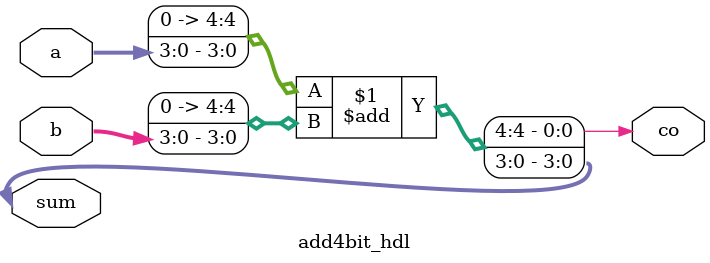
<source format=sv>
module add4bit_hdl (
    input   logic   [3:0]   a,
    input   logic   [3:0]   b,
    input   logic   [3:0]   sum,
    output  logic   co
);

    assign {co, sum} = {1'b0, a} + {1'b0, b};
    
endmodule
</source>
